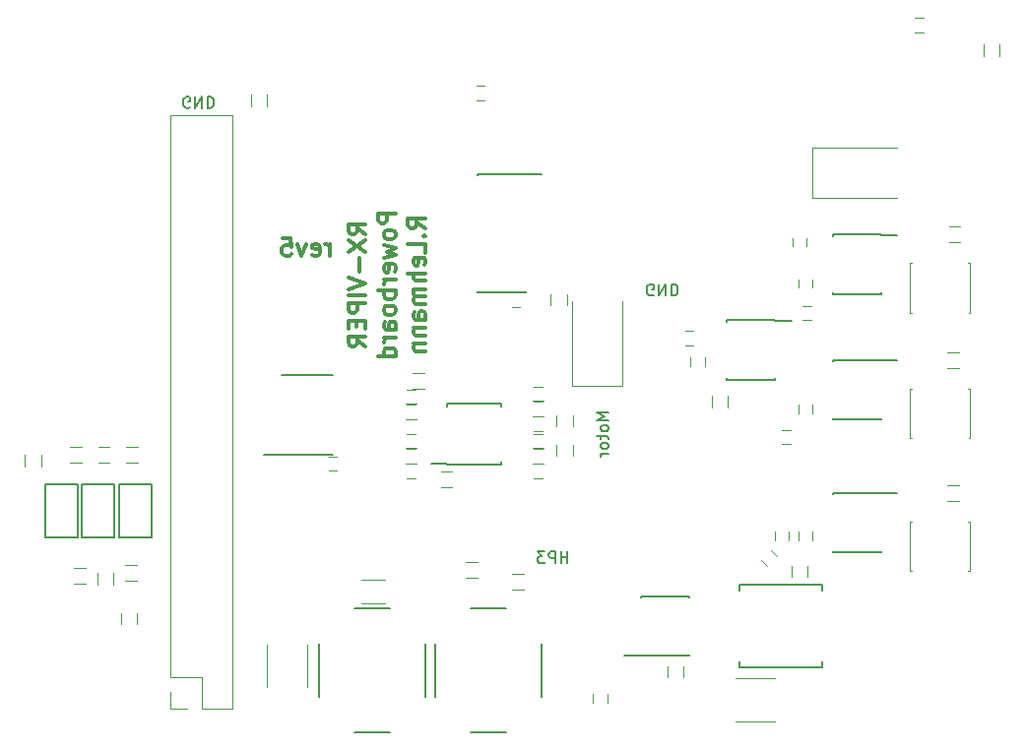
<source format=gbo>
G04 #@! TF.FileFunction,Legend,Bot*
%FSLAX46Y46*%
G04 Gerber Fmt 4.6, Leading zero omitted, Abs format (unit mm)*
G04 Created by KiCad (PCBNEW 4.0.6) date Fri Jul 21 15:59:53 2017*
%MOMM*%
%LPD*%
G01*
G04 APERTURE LIST*
%ADD10C,0.100000*%
%ADD11C,0.200000*%
%ADD12C,0.300000*%
%ADD13C,0.150000*%
%ADD14C,0.120000*%
G04 APERTURE END LIST*
D10*
D11*
X64135096Y-31615000D02*
X64039858Y-31662619D01*
X63897001Y-31662619D01*
X63754143Y-31615000D01*
X63658905Y-31519762D01*
X63611286Y-31424524D01*
X63563667Y-31234048D01*
X63563667Y-31091190D01*
X63611286Y-30900714D01*
X63658905Y-30805476D01*
X63754143Y-30710238D01*
X63897001Y-30662619D01*
X63992239Y-30662619D01*
X64135096Y-30710238D01*
X64182715Y-30757857D01*
X64182715Y-31091190D01*
X63992239Y-31091190D01*
X64611286Y-30662619D02*
X64611286Y-31662619D01*
X65182715Y-30662619D01*
X65182715Y-31662619D01*
X65658905Y-30662619D02*
X65658905Y-31662619D01*
X65897000Y-31662619D01*
X66039858Y-31615000D01*
X66135096Y-31519762D01*
X66182715Y-31424524D01*
X66230334Y-31234048D01*
X66230334Y-31091190D01*
X66182715Y-30900714D01*
X66135096Y-30805476D01*
X66039858Y-30710238D01*
X65897000Y-30662619D01*
X65658905Y-30662619D01*
X104013096Y-47744000D02*
X103917858Y-47791619D01*
X103775001Y-47791619D01*
X103632143Y-47744000D01*
X103536905Y-47648762D01*
X103489286Y-47553524D01*
X103441667Y-47363048D01*
X103441667Y-47220190D01*
X103489286Y-47029714D01*
X103536905Y-46934476D01*
X103632143Y-46839238D01*
X103775001Y-46791619D01*
X103870239Y-46791619D01*
X104013096Y-46839238D01*
X104060715Y-46886857D01*
X104060715Y-47220190D01*
X103870239Y-47220190D01*
X104489286Y-46791619D02*
X104489286Y-47791619D01*
X105060715Y-46791619D01*
X105060715Y-47791619D01*
X105536905Y-46791619D02*
X105536905Y-47791619D01*
X105775000Y-47791619D01*
X105917858Y-47744000D01*
X106013096Y-47648762D01*
X106060715Y-47553524D01*
X106108334Y-47363048D01*
X106108334Y-47220190D01*
X106060715Y-47029714D01*
X106013096Y-46934476D01*
X105917858Y-46839238D01*
X105775000Y-46791619D01*
X105536905Y-46791619D01*
X100147381Y-57856666D02*
X99147381Y-57856666D01*
X99861667Y-58190000D01*
X99147381Y-58523333D01*
X100147381Y-58523333D01*
X100147381Y-59142380D02*
X100099762Y-59047142D01*
X100052143Y-58999523D01*
X99956905Y-58951904D01*
X99671190Y-58951904D01*
X99575952Y-58999523D01*
X99528333Y-59047142D01*
X99480714Y-59142380D01*
X99480714Y-59285238D01*
X99528333Y-59380476D01*
X99575952Y-59428095D01*
X99671190Y-59475714D01*
X99956905Y-59475714D01*
X100052143Y-59428095D01*
X100099762Y-59380476D01*
X100147381Y-59285238D01*
X100147381Y-59142380D01*
X99480714Y-59761428D02*
X99480714Y-60142380D01*
X99147381Y-59904285D02*
X100004524Y-59904285D01*
X100099762Y-59951904D01*
X100147381Y-60047142D01*
X100147381Y-60142380D01*
X100147381Y-60618571D02*
X100099762Y-60523333D01*
X100052143Y-60475714D01*
X99956905Y-60428095D01*
X99671190Y-60428095D01*
X99575952Y-60475714D01*
X99528333Y-60523333D01*
X99480714Y-60618571D01*
X99480714Y-60761429D01*
X99528333Y-60856667D01*
X99575952Y-60904286D01*
X99671190Y-60951905D01*
X99956905Y-60951905D01*
X100052143Y-60904286D01*
X100099762Y-60856667D01*
X100147381Y-60761429D01*
X100147381Y-60618571D01*
X100147381Y-61380476D02*
X99480714Y-61380476D01*
X99671190Y-61380476D02*
X99575952Y-61428095D01*
X99528333Y-61475714D01*
X99480714Y-61570952D01*
X99480714Y-61666191D01*
X96638905Y-70810381D02*
X96638905Y-69810381D01*
X96638905Y-70286571D02*
X96067476Y-70286571D01*
X96067476Y-70810381D02*
X96067476Y-69810381D01*
X95591286Y-70810381D02*
X95591286Y-69810381D01*
X95210333Y-69810381D01*
X95115095Y-69858000D01*
X95067476Y-69905619D01*
X95019857Y-70000857D01*
X95019857Y-70143714D01*
X95067476Y-70238952D01*
X95115095Y-70286571D01*
X95210333Y-70334190D01*
X95591286Y-70334190D01*
X94686524Y-69810381D02*
X94067476Y-69810381D01*
X94400810Y-70191333D01*
X94257952Y-70191333D01*
X94162714Y-70238952D01*
X94115095Y-70286571D01*
X94067476Y-70381810D01*
X94067476Y-70619905D01*
X94115095Y-70715143D01*
X94162714Y-70762762D01*
X94257952Y-70810381D01*
X94543667Y-70810381D01*
X94638905Y-70762762D01*
X94686524Y-70715143D01*
D12*
X76203713Y-44366571D02*
X76203713Y-43366571D01*
X76203713Y-43652286D02*
X76132285Y-43509429D01*
X76060856Y-43438000D01*
X75917999Y-43366571D01*
X75775142Y-43366571D01*
X74703714Y-44295143D02*
X74846571Y-44366571D01*
X75132285Y-44366571D01*
X75275142Y-44295143D01*
X75346571Y-44152286D01*
X75346571Y-43580857D01*
X75275142Y-43438000D01*
X75132285Y-43366571D01*
X74846571Y-43366571D01*
X74703714Y-43438000D01*
X74632285Y-43580857D01*
X74632285Y-43723714D01*
X75346571Y-43866571D01*
X74132285Y-43366571D02*
X73775142Y-44366571D01*
X73418000Y-43366571D01*
X72132285Y-42866571D02*
X72846571Y-42866571D01*
X72918000Y-43580857D01*
X72846571Y-43509429D01*
X72703714Y-43438000D01*
X72346571Y-43438000D01*
X72203714Y-43509429D01*
X72132285Y-43580857D01*
X72060857Y-43723714D01*
X72060857Y-44080857D01*
X72132285Y-44223714D01*
X72203714Y-44295143D01*
X72346571Y-44366571D01*
X72703714Y-44366571D01*
X72846571Y-44295143D01*
X72918000Y-44223714D01*
X79281571Y-42505858D02*
X78567286Y-42005858D01*
X79281571Y-41648715D02*
X77781571Y-41648715D01*
X77781571Y-42220143D01*
X77853000Y-42363001D01*
X77924429Y-42434429D01*
X78067286Y-42505858D01*
X78281571Y-42505858D01*
X78424429Y-42434429D01*
X78495857Y-42363001D01*
X78567286Y-42220143D01*
X78567286Y-41648715D01*
X77781571Y-43005858D02*
X79281571Y-44005858D01*
X77781571Y-44005858D02*
X79281571Y-43005858D01*
X78710143Y-44577286D02*
X78710143Y-45720143D01*
X77781571Y-46220143D02*
X79281571Y-46720143D01*
X77781571Y-47220143D01*
X79281571Y-47720143D02*
X77781571Y-47720143D01*
X79281571Y-48434429D02*
X77781571Y-48434429D01*
X77781571Y-49005857D01*
X77853000Y-49148715D01*
X77924429Y-49220143D01*
X78067286Y-49291572D01*
X78281571Y-49291572D01*
X78424429Y-49220143D01*
X78495857Y-49148715D01*
X78567286Y-49005857D01*
X78567286Y-48434429D01*
X78495857Y-49934429D02*
X78495857Y-50434429D01*
X79281571Y-50648715D02*
X79281571Y-49934429D01*
X77781571Y-49934429D01*
X77781571Y-50648715D01*
X79281571Y-52148715D02*
X78567286Y-51648715D01*
X79281571Y-51291572D02*
X77781571Y-51291572D01*
X77781571Y-51863000D01*
X77853000Y-52005858D01*
X77924429Y-52077286D01*
X78067286Y-52148715D01*
X78281571Y-52148715D01*
X78424429Y-52077286D01*
X78495857Y-52005858D01*
X78567286Y-51863000D01*
X78567286Y-51291572D01*
X81831571Y-40720143D02*
X80331571Y-40720143D01*
X80331571Y-41291571D01*
X80403000Y-41434429D01*
X80474429Y-41505857D01*
X80617286Y-41577286D01*
X80831571Y-41577286D01*
X80974429Y-41505857D01*
X81045857Y-41434429D01*
X81117286Y-41291571D01*
X81117286Y-40720143D01*
X81831571Y-42434429D02*
X81760143Y-42291571D01*
X81688714Y-42220143D01*
X81545857Y-42148714D01*
X81117286Y-42148714D01*
X80974429Y-42220143D01*
X80903000Y-42291571D01*
X80831571Y-42434429D01*
X80831571Y-42648714D01*
X80903000Y-42791571D01*
X80974429Y-42863000D01*
X81117286Y-42934429D01*
X81545857Y-42934429D01*
X81688714Y-42863000D01*
X81760143Y-42791571D01*
X81831571Y-42648714D01*
X81831571Y-42434429D01*
X80831571Y-43434429D02*
X81831571Y-43720143D01*
X81117286Y-44005857D01*
X81831571Y-44291572D01*
X80831571Y-44577286D01*
X81760143Y-45720143D02*
X81831571Y-45577286D01*
X81831571Y-45291572D01*
X81760143Y-45148715D01*
X81617286Y-45077286D01*
X81045857Y-45077286D01*
X80903000Y-45148715D01*
X80831571Y-45291572D01*
X80831571Y-45577286D01*
X80903000Y-45720143D01*
X81045857Y-45791572D01*
X81188714Y-45791572D01*
X81331571Y-45077286D01*
X81831571Y-46434429D02*
X80831571Y-46434429D01*
X81117286Y-46434429D02*
X80974429Y-46505857D01*
X80903000Y-46577286D01*
X80831571Y-46720143D01*
X80831571Y-46863000D01*
X81831571Y-47363000D02*
X80331571Y-47363000D01*
X80903000Y-47363000D02*
X80831571Y-47505857D01*
X80831571Y-47791571D01*
X80903000Y-47934428D01*
X80974429Y-48005857D01*
X81117286Y-48077286D01*
X81545857Y-48077286D01*
X81688714Y-48005857D01*
X81760143Y-47934428D01*
X81831571Y-47791571D01*
X81831571Y-47505857D01*
X81760143Y-47363000D01*
X81831571Y-48934429D02*
X81760143Y-48791571D01*
X81688714Y-48720143D01*
X81545857Y-48648714D01*
X81117286Y-48648714D01*
X80974429Y-48720143D01*
X80903000Y-48791571D01*
X80831571Y-48934429D01*
X80831571Y-49148714D01*
X80903000Y-49291571D01*
X80974429Y-49363000D01*
X81117286Y-49434429D01*
X81545857Y-49434429D01*
X81688714Y-49363000D01*
X81760143Y-49291571D01*
X81831571Y-49148714D01*
X81831571Y-48934429D01*
X81831571Y-50720143D02*
X81045857Y-50720143D01*
X80903000Y-50648714D01*
X80831571Y-50505857D01*
X80831571Y-50220143D01*
X80903000Y-50077286D01*
X81760143Y-50720143D02*
X81831571Y-50577286D01*
X81831571Y-50220143D01*
X81760143Y-50077286D01*
X81617286Y-50005857D01*
X81474429Y-50005857D01*
X81331571Y-50077286D01*
X81260143Y-50220143D01*
X81260143Y-50577286D01*
X81188714Y-50720143D01*
X81831571Y-51434429D02*
X80831571Y-51434429D01*
X81117286Y-51434429D02*
X80974429Y-51505857D01*
X80903000Y-51577286D01*
X80831571Y-51720143D01*
X80831571Y-51863000D01*
X81831571Y-53005857D02*
X80331571Y-53005857D01*
X81760143Y-53005857D02*
X81831571Y-52863000D01*
X81831571Y-52577286D01*
X81760143Y-52434428D01*
X81688714Y-52363000D01*
X81545857Y-52291571D01*
X81117286Y-52291571D01*
X80974429Y-52363000D01*
X80903000Y-52434428D01*
X80831571Y-52577286D01*
X80831571Y-52863000D01*
X80903000Y-53005857D01*
X84381571Y-42005857D02*
X83667286Y-41505857D01*
X84381571Y-41148714D02*
X82881571Y-41148714D01*
X82881571Y-41720142D01*
X82953000Y-41863000D01*
X83024429Y-41934428D01*
X83167286Y-42005857D01*
X83381571Y-42005857D01*
X83524429Y-41934428D01*
X83595857Y-41863000D01*
X83667286Y-41720142D01*
X83667286Y-41148714D01*
X84238714Y-42648714D02*
X84310143Y-42720142D01*
X84381571Y-42648714D01*
X84310143Y-42577285D01*
X84238714Y-42648714D01*
X84381571Y-42648714D01*
X84381571Y-44077286D02*
X84381571Y-43363000D01*
X82881571Y-43363000D01*
X84310143Y-45148714D02*
X84381571Y-45005857D01*
X84381571Y-44720143D01*
X84310143Y-44577286D01*
X84167286Y-44505857D01*
X83595857Y-44505857D01*
X83453000Y-44577286D01*
X83381571Y-44720143D01*
X83381571Y-45005857D01*
X83453000Y-45148714D01*
X83595857Y-45220143D01*
X83738714Y-45220143D01*
X83881571Y-44505857D01*
X84381571Y-45863000D02*
X82881571Y-45863000D01*
X84381571Y-46505857D02*
X83595857Y-46505857D01*
X83453000Y-46434428D01*
X83381571Y-46291571D01*
X83381571Y-46077286D01*
X83453000Y-45934428D01*
X83524429Y-45863000D01*
X84381571Y-47220143D02*
X83381571Y-47220143D01*
X83524429Y-47220143D02*
X83453000Y-47291571D01*
X83381571Y-47434429D01*
X83381571Y-47648714D01*
X83453000Y-47791571D01*
X83595857Y-47863000D01*
X84381571Y-47863000D01*
X83595857Y-47863000D02*
X83453000Y-47934429D01*
X83381571Y-48077286D01*
X83381571Y-48291571D01*
X83453000Y-48434429D01*
X83595857Y-48505857D01*
X84381571Y-48505857D01*
X84381571Y-49863000D02*
X83595857Y-49863000D01*
X83453000Y-49791571D01*
X83381571Y-49648714D01*
X83381571Y-49363000D01*
X83453000Y-49220143D01*
X84310143Y-49863000D02*
X84381571Y-49720143D01*
X84381571Y-49363000D01*
X84310143Y-49220143D01*
X84167286Y-49148714D01*
X84024429Y-49148714D01*
X83881571Y-49220143D01*
X83810143Y-49363000D01*
X83810143Y-49720143D01*
X83738714Y-49863000D01*
X83381571Y-50577286D02*
X84381571Y-50577286D01*
X83524429Y-50577286D02*
X83453000Y-50648714D01*
X83381571Y-50791572D01*
X83381571Y-51005857D01*
X83453000Y-51148714D01*
X83595857Y-51220143D01*
X84381571Y-51220143D01*
X83381571Y-51934429D02*
X84381571Y-51934429D01*
X83524429Y-51934429D02*
X83453000Y-52005857D01*
X83381571Y-52148715D01*
X83381571Y-52363000D01*
X83453000Y-52505857D01*
X83595857Y-52577286D01*
X84381571Y-52577286D01*
D13*
X78297000Y-85344000D02*
X81345000Y-85344000D01*
X75249000Y-77724000D02*
X75249000Y-82296000D01*
X81345000Y-74676000D02*
X78297000Y-74676000D01*
X84393000Y-77724000D02*
X84393000Y-82296000D01*
D14*
X80907000Y-74299000D02*
X78907000Y-74299000D01*
X78907000Y-72259000D02*
X80907000Y-72259000D01*
X74247000Y-77850000D02*
X74247000Y-81450000D01*
X70787000Y-81450000D02*
X70787000Y-77850000D01*
X127223000Y-23911000D02*
X126523000Y-23911000D01*
X126523000Y-25111000D02*
X127223000Y-25111000D01*
X100041000Y-82785000D02*
X100041000Y-82085000D01*
X98841000Y-82085000D02*
X98841000Y-82785000D01*
X116871000Y-49876000D02*
X117571000Y-49876000D01*
X117571000Y-48676000D02*
X116871000Y-48676000D01*
X115793000Y-59344000D02*
X115093000Y-59344000D01*
X115093000Y-60544000D02*
X115793000Y-60544000D01*
X114462000Y-68103000D02*
X114462000Y-68803000D01*
X115662000Y-68803000D02*
X115662000Y-68103000D01*
X76116000Y-62830000D02*
X76816000Y-62830000D01*
X76816000Y-61630000D02*
X76116000Y-61630000D01*
X88804000Y-30953000D02*
X89504000Y-30953000D01*
X89504000Y-29753000D02*
X88804000Y-29753000D01*
X83535000Y-59725000D02*
X82835000Y-59725000D01*
X82835000Y-60925000D02*
X83535000Y-60925000D01*
X83535000Y-58455000D02*
X82835000Y-58455000D01*
X82835000Y-59655000D02*
X83535000Y-59655000D01*
X93757000Y-59401000D02*
X94457000Y-59401000D01*
X94457000Y-58201000D02*
X93757000Y-58201000D01*
X93757000Y-60925000D02*
X94457000Y-60925000D01*
X94457000Y-59725000D02*
X93757000Y-59725000D01*
X83535000Y-62265000D02*
X82835000Y-62265000D01*
X82835000Y-63465000D02*
X83535000Y-63465000D01*
X83535000Y-55915000D02*
X82835000Y-55915000D01*
X82835000Y-57115000D02*
X83535000Y-57115000D01*
X93757000Y-56861000D02*
X94457000Y-56861000D01*
X94457000Y-55661000D02*
X93757000Y-55661000D01*
X93757000Y-63465000D02*
X94457000Y-63465000D01*
X94457000Y-62265000D02*
X93757000Y-62265000D01*
X101337000Y-55527000D02*
X97037000Y-55527000D01*
X97037000Y-55527000D02*
X97037000Y-48227000D01*
X101337000Y-55527000D02*
X101337000Y-48227000D01*
X117701000Y-39361000D02*
X117701000Y-35061000D01*
X117701000Y-35061000D02*
X125001000Y-35061000D01*
X117701000Y-39361000D02*
X125001000Y-39361000D01*
D13*
X88327000Y-85344000D02*
X91375000Y-85344000D01*
X85279000Y-77724000D02*
X85279000Y-82296000D01*
X91375000Y-74676000D02*
X88327000Y-74676000D01*
X94423000Y-77724000D02*
X94423000Y-82296000D01*
D14*
X62491000Y-80645000D02*
X62491000Y-32265000D01*
X62491000Y-32265000D02*
X67811000Y-32265000D01*
X67811000Y-32265000D02*
X67811000Y-83305000D01*
X67811000Y-83305000D02*
X65151000Y-83305000D01*
X65151000Y-83305000D02*
X65151000Y-80645000D01*
X65151000Y-80645000D02*
X62491000Y-80645000D01*
X62491000Y-81915000D02*
X62491000Y-83305000D01*
X62491000Y-83305000D02*
X63881000Y-83305000D01*
D13*
X102921000Y-78775000D02*
X102921000Y-78725000D01*
X107071000Y-78775000D02*
X107071000Y-78630000D01*
X107071000Y-73625000D02*
X107071000Y-73770000D01*
X102921000Y-73625000D02*
X102921000Y-73770000D01*
X102921000Y-78775000D02*
X107071000Y-78775000D01*
X102921000Y-73625000D02*
X107071000Y-73625000D01*
X102921000Y-78725000D02*
X101521000Y-78725000D01*
D14*
X131056000Y-44970000D02*
X131256000Y-44970000D01*
X131256000Y-44970000D02*
X131256000Y-49270000D01*
X131256000Y-49270000D02*
X131106000Y-49270000D01*
X126206000Y-49270000D02*
X126056000Y-49270000D01*
X126056000Y-49270000D02*
X126056000Y-44970000D01*
X126056000Y-44970000D02*
X126256000Y-44970000D01*
X131056000Y-55765000D02*
X131256000Y-55765000D01*
X131256000Y-55765000D02*
X131256000Y-60065000D01*
X131256000Y-60065000D02*
X131106000Y-60065000D01*
X126206000Y-60065000D02*
X126056000Y-60065000D01*
X126056000Y-60065000D02*
X126056000Y-55765000D01*
X126056000Y-55765000D02*
X126256000Y-55765000D01*
X131046000Y-67195000D02*
X131246000Y-67195000D01*
X131246000Y-67195000D02*
X131246000Y-71495000D01*
X131246000Y-71495000D02*
X131096000Y-71495000D01*
X126196000Y-71495000D02*
X126046000Y-71495000D01*
X126046000Y-71495000D02*
X126046000Y-67195000D01*
X126046000Y-67195000D02*
X126246000Y-67195000D01*
X96565000Y-48645000D02*
X96565000Y-47645000D01*
X95205000Y-47645000D02*
X95205000Y-48645000D01*
X91841000Y-73070000D02*
X92841000Y-73070000D01*
X92841000Y-71710000D02*
X91841000Y-71710000D01*
X114506000Y-84430000D02*
X111046000Y-84430000D01*
X114506000Y-80670000D02*
X111046000Y-80670000D01*
X56269000Y-62148000D02*
X57269000Y-62148000D01*
X57269000Y-60788000D02*
X56269000Y-60788000D01*
X54856000Y-60788000D02*
X53856000Y-60788000D01*
X53856000Y-62148000D02*
X54856000Y-62148000D01*
X58670000Y-62148000D02*
X59670000Y-62148000D01*
X59670000Y-60788000D02*
X58670000Y-60788000D01*
X59567000Y-70948000D02*
X58567000Y-70948000D01*
X58567000Y-72308000D02*
X59567000Y-72308000D01*
X54225000Y-72562000D02*
X55225000Y-72562000D01*
X55225000Y-71202000D02*
X54225000Y-71202000D01*
X56216000Y-71624000D02*
X56216000Y-72624000D01*
X57576000Y-72624000D02*
X57576000Y-71624000D01*
X130421000Y-41865000D02*
X129421000Y-41865000D01*
X129421000Y-43225000D02*
X130421000Y-43225000D01*
X130306000Y-52660000D02*
X129306000Y-52660000D01*
X129306000Y-54020000D02*
X130306000Y-54020000D01*
X130306000Y-64090000D02*
X129306000Y-64090000D01*
X129306000Y-65450000D02*
X130306000Y-65450000D01*
X86733000Y-62947000D02*
X85733000Y-62947000D01*
X85733000Y-64307000D02*
X86733000Y-64307000D01*
X84332000Y-54438000D02*
X83332000Y-54438000D01*
X83332000Y-55798000D02*
X84332000Y-55798000D01*
X97073000Y-59047000D02*
X97073000Y-58047000D01*
X95713000Y-58047000D02*
X95713000Y-59047000D01*
X95713000Y-60587000D02*
X95713000Y-61587000D01*
X97073000Y-61587000D02*
X97073000Y-60587000D01*
X82685000Y-62275000D02*
X83685000Y-62275000D01*
X83685000Y-60915000D02*
X82685000Y-60915000D01*
X82685000Y-58465000D02*
X83685000Y-58465000D01*
X83685000Y-57105000D02*
X82685000Y-57105000D01*
X94607000Y-56851000D02*
X93607000Y-56851000D01*
X93607000Y-58211000D02*
X94607000Y-58211000D01*
X94607000Y-60915000D02*
X93607000Y-60915000D01*
X93607000Y-62275000D02*
X94607000Y-62275000D01*
D13*
X93007000Y-37343000D02*
X93007000Y-37368000D01*
X88857000Y-37343000D02*
X88857000Y-37448000D01*
X88857000Y-47493000D02*
X88857000Y-47388000D01*
X93007000Y-47493000D02*
X93007000Y-47388000D01*
X93007000Y-37343000D02*
X88857000Y-37343000D01*
X93007000Y-47493000D02*
X88857000Y-47493000D01*
X93007000Y-37368000D02*
X94382000Y-37368000D01*
X114470000Y-49876000D02*
X114470000Y-49926000D01*
X110320000Y-49876000D02*
X110320000Y-50021000D01*
X110320000Y-55026000D02*
X110320000Y-54881000D01*
X114470000Y-55026000D02*
X114470000Y-54881000D01*
X114470000Y-49876000D02*
X110320000Y-49876000D01*
X114470000Y-55026000D02*
X110320000Y-55026000D01*
X114470000Y-49926000D02*
X115870000Y-49926000D01*
X57658000Y-64033000D02*
X57658000Y-68605000D01*
X54864000Y-64033000D02*
X57658000Y-64033000D01*
X54864000Y-68605000D02*
X54864000Y-64033000D01*
X57658000Y-68605000D02*
X54864000Y-68605000D01*
X54483000Y-64033000D02*
X54483000Y-68605000D01*
X51689000Y-64033000D02*
X54483000Y-64033000D01*
X51689000Y-68605000D02*
X51689000Y-64033000D01*
X54483000Y-68605000D02*
X51689000Y-68605000D01*
X60833000Y-64033000D02*
X60833000Y-68605000D01*
X58039000Y-64033000D02*
X60833000Y-64033000D01*
X58039000Y-68605000D02*
X58039000Y-64033000D01*
X60833000Y-68605000D02*
X58039000Y-68605000D01*
X123581000Y-42510000D02*
X123581000Y-42560000D01*
X119431000Y-42510000D02*
X119431000Y-42655000D01*
X119431000Y-47660000D02*
X119431000Y-47515000D01*
X123581000Y-47660000D02*
X123581000Y-47515000D01*
X123581000Y-42510000D02*
X119431000Y-42510000D01*
X123581000Y-47660000D02*
X119431000Y-47660000D01*
X123581000Y-42560000D02*
X124981000Y-42560000D01*
X123581000Y-53305000D02*
X123581000Y-53355000D01*
X119431000Y-53305000D02*
X119431000Y-53450000D01*
X119431000Y-58455000D02*
X119431000Y-58310000D01*
X123581000Y-58455000D02*
X123581000Y-58310000D01*
X123581000Y-53305000D02*
X119431000Y-53305000D01*
X123581000Y-58455000D02*
X119431000Y-58455000D01*
X123581000Y-53355000D02*
X124981000Y-53355000D01*
X123581000Y-64735000D02*
X123581000Y-64785000D01*
X119431000Y-64735000D02*
X119431000Y-64880000D01*
X119431000Y-69885000D02*
X119431000Y-69740000D01*
X123581000Y-69885000D02*
X123581000Y-69740000D01*
X123581000Y-64735000D02*
X119431000Y-64735000D01*
X123581000Y-69885000D02*
X119431000Y-69885000D01*
X123581000Y-64785000D02*
X124981000Y-64785000D01*
X72041000Y-54600000D02*
X76491000Y-54600000D01*
X70516000Y-61500000D02*
X76491000Y-61500000D01*
X86292000Y-62330000D02*
X86292000Y-62205000D01*
X90942000Y-62330000D02*
X90942000Y-62105000D01*
X90942000Y-57080000D02*
X90942000Y-57305000D01*
X86292000Y-57080000D02*
X86292000Y-57305000D01*
X86292000Y-62330000D02*
X90942000Y-62330000D01*
X86292000Y-57080000D02*
X90942000Y-57080000D01*
X86292000Y-62205000D02*
X84942000Y-62205000D01*
X111400000Y-72644000D02*
X111400000Y-73152000D01*
X118512000Y-72644000D02*
X111400000Y-72644000D01*
X118512000Y-73152000D02*
X118512000Y-72644000D01*
X118512000Y-79756000D02*
X118512000Y-79248000D01*
X111400000Y-79756000D02*
X118512000Y-79756000D01*
X111400000Y-79756000D02*
X111400000Y-79248000D01*
D14*
X70784000Y-31476000D02*
X70784000Y-30476000D01*
X69424000Y-30476000D02*
X69424000Y-31476000D01*
X133776000Y-27170000D02*
X133776000Y-26170000D01*
X132416000Y-26170000D02*
X132416000Y-27170000D01*
X51353000Y-62476000D02*
X51353000Y-61476000D01*
X49993000Y-61476000D02*
X49993000Y-62476000D01*
X109048000Y-56384000D02*
X109048000Y-57384000D01*
X110408000Y-57384000D02*
X110408000Y-56384000D01*
X91852000Y-48733000D02*
X92552000Y-48733000D01*
X92552000Y-47533000D02*
X91852000Y-47533000D01*
X58248000Y-75077000D02*
X58248000Y-76077000D01*
X59608000Y-76077000D02*
X59608000Y-75077000D01*
X107223000Y-53117000D02*
X107223000Y-53817000D01*
X108423000Y-53817000D02*
X108423000Y-53117000D01*
X116494000Y-46386000D02*
X116494000Y-47086000D01*
X117694000Y-47086000D02*
X117694000Y-46386000D01*
X116494000Y-57181000D02*
X116494000Y-57881000D01*
X117694000Y-57881000D02*
X117694000Y-57181000D01*
X116494000Y-68103000D02*
X116494000Y-68803000D01*
X117694000Y-68803000D02*
X117694000Y-68103000D01*
X106598000Y-80637000D02*
X106598000Y-79637000D01*
X105238000Y-79637000D02*
X105238000Y-80637000D01*
X115906000Y-71001000D02*
X115906000Y-72001000D01*
X117266000Y-72001000D02*
X117266000Y-71001000D01*
X113269579Y-70557107D02*
X113764553Y-71052081D01*
X114613081Y-70203553D02*
X114118107Y-69708579D01*
X117186000Y-43530000D02*
X117186000Y-42830000D01*
X115986000Y-42830000D02*
X115986000Y-43530000D01*
X107423000Y-50835000D02*
X106723000Y-50835000D01*
X106723000Y-52035000D02*
X107423000Y-52035000D01*
X87880000Y-72054000D02*
X88880000Y-72054000D01*
X88880000Y-70694000D02*
X87880000Y-70694000D01*
M02*

</source>
